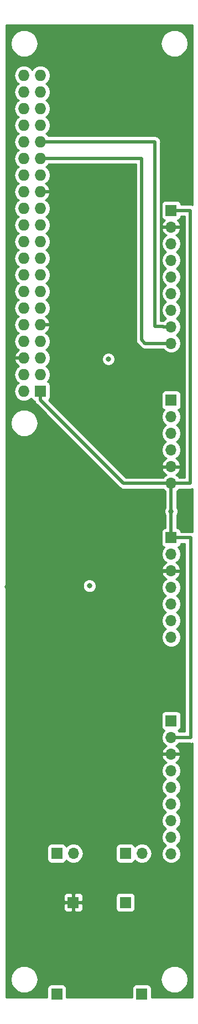
<source format=gbr>
G04 #@! TF.GenerationSoftware,KiCad,Pcbnew,5.0.1-33cea8e~68~ubuntu18.04.1*
G04 #@! TF.CreationDate,2018-11-05T13:53:30-05:00*
G04 #@! TF.ProjectId,core-1,636F72652D312E6B696361645F706362,rev?*
G04 #@! TF.SameCoordinates,Original*
G04 #@! TF.FileFunction,Copper,L2,Bot,Signal*
G04 #@! TF.FilePolarity,Positive*
%FSLAX46Y46*%
G04 Gerber Fmt 4.6, Leading zero omitted, Abs format (unit mm)*
G04 Created by KiCad (PCBNEW 5.0.1-33cea8e~68~ubuntu18.04.1) date Mon 05 Nov 2018 01:53:30 PM EST*
%MOMM*%
%LPD*%
G01*
G04 APERTURE LIST*
G04 #@! TA.AperFunction,ComponentPad*
%ADD10R,1.727200X1.727200*%
G04 #@! TD*
G04 #@! TA.AperFunction,ComponentPad*
%ADD11O,1.727200X1.727200*%
G04 #@! TD*
G04 #@! TA.AperFunction,ComponentPad*
%ADD12R,1.700000X1.700000*%
G04 #@! TD*
G04 #@! TA.AperFunction,ComponentPad*
%ADD13O,1.700000X1.700000*%
G04 #@! TD*
G04 #@! TA.AperFunction,ViaPad*
%ADD14C,0.800000*%
G04 #@! TD*
G04 #@! TA.AperFunction,Conductor*
%ADD15C,0.500000*%
G04 #@! TD*
G04 #@! TA.AperFunction,Conductor*
%ADD16C,0.254000*%
G04 #@! TD*
G04 APERTURE END LIST*
D10*
G04 #@! TO.P,J1,1*
G04 #@! TO.N,/3.3V*
X136000000Y-86625000D03*
D11*
G04 #@! TO.P,J1,2*
G04 #@! TO.N,Net-(J1-Pad2)*
X133460000Y-86625000D03*
G04 #@! TO.P,J1,3*
G04 #@! TO.N,Net-(J1-Pad3)*
X136000000Y-84085000D03*
G04 #@! TO.P,J1,4*
G04 #@! TO.N,Net-(J1-Pad4)*
X133460000Y-84085000D03*
G04 #@! TO.P,J1,5*
G04 #@! TO.N,Net-(J1-Pad5)*
X136000000Y-81545000D03*
G04 #@! TO.P,J1,6*
G04 #@! TO.N,/GND*
X133460000Y-81545000D03*
G04 #@! TO.P,J1,7*
G04 #@! TO.N,Net-(J1-Pad7)*
X136000000Y-79005000D03*
G04 #@! TO.P,J1,8*
G04 #@! TO.N,Net-(J1-Pad8)*
X133460000Y-79005000D03*
G04 #@! TO.P,J1,9*
G04 #@! TO.N,/GND*
X136000000Y-76465000D03*
G04 #@! TO.P,J1,10*
G04 #@! TO.N,Net-(J1-Pad10)*
X133460000Y-76465000D03*
G04 #@! TO.P,J1,11*
G04 #@! TO.N,Net-(J1-Pad11)*
X136000000Y-73925000D03*
G04 #@! TO.P,J1,12*
G04 #@! TO.N,Net-(J1-Pad12)*
X133460000Y-73925000D03*
G04 #@! TO.P,J1,13*
G04 #@! TO.N,Net-(J1-Pad13)*
X136000000Y-71385000D03*
G04 #@! TO.P,J1,14*
G04 #@! TO.N,Net-(J1-Pad14)*
X133460000Y-71385000D03*
G04 #@! TO.P,J1,15*
G04 #@! TO.N,Net-(J1-Pad15)*
X136000000Y-68845000D03*
G04 #@! TO.P,J1,16*
G04 #@! TO.N,Net-(J1-Pad16)*
X133460000Y-68845000D03*
G04 #@! TO.P,J1,17*
G04 #@! TO.N,Net-(J1-Pad17)*
X136000000Y-66305000D03*
G04 #@! TO.P,J1,18*
G04 #@! TO.N,Net-(J1-Pad18)*
X133460000Y-66305000D03*
G04 #@! TO.P,J1,19*
G04 #@! TO.N,Net-(J1-Pad19)*
X136000000Y-63765000D03*
G04 #@! TO.P,J1,20*
G04 #@! TO.N,Net-(J1-Pad20)*
X133460000Y-63765000D03*
G04 #@! TO.P,J1,21*
G04 #@! TO.N,Net-(J1-Pad21)*
X136000000Y-61225000D03*
G04 #@! TO.P,J1,22*
G04 #@! TO.N,Net-(J1-Pad22)*
X133460000Y-61225000D03*
G04 #@! TO.P,J1,23*
G04 #@! TO.N,Net-(J1-Pad23)*
X136000000Y-58685000D03*
G04 #@! TO.P,J1,24*
G04 #@! TO.N,Net-(J1-Pad24)*
X133460000Y-58685000D03*
G04 #@! TO.P,J1,25*
G04 #@! TO.N,/GND*
X136000000Y-56145000D03*
G04 #@! TO.P,J1,26*
G04 #@! TO.N,Net-(J1-Pad26)*
X133460000Y-56145000D03*
G04 #@! TO.P,J1,27*
G04 #@! TO.N,Net-(J1-Pad27)*
X136000000Y-53605000D03*
G04 #@! TO.P,J1,28*
G04 #@! TO.N,Net-(J1-Pad28)*
X133460000Y-53605000D03*
G04 #@! TO.P,J1,29*
G04 #@! TO.N,Net-(J1-Pad29)*
X136000000Y-51065000D03*
G04 #@! TO.P,J1,30*
G04 #@! TO.N,Net-(J1-Pad30)*
X133460000Y-51065000D03*
G04 #@! TO.P,J1,31*
G04 #@! TO.N,Net-(J1-Pad31)*
X136000000Y-48525000D03*
G04 #@! TO.P,J1,32*
G04 #@! TO.N,Net-(J1-Pad32)*
X133460000Y-48525000D03*
G04 #@! TO.P,J1,33*
G04 #@! TO.N,Net-(J1-Pad33)*
X136000000Y-45985000D03*
G04 #@! TO.P,J1,34*
G04 #@! TO.N,Net-(J1-Pad34)*
X133460000Y-45985000D03*
G04 #@! TO.P,J1,35*
G04 #@! TO.N,Net-(J1-Pad35)*
X136000000Y-43445000D03*
G04 #@! TO.P,J1,36*
G04 #@! TO.N,Net-(J1-Pad36)*
X133460000Y-43445000D03*
G04 #@! TO.P,J1,37*
G04 #@! TO.N,Net-(J1-Pad37)*
X136000000Y-40905000D03*
G04 #@! TO.P,J1,38*
G04 #@! TO.N,Net-(J1-Pad38)*
X133460000Y-40905000D03*
G04 #@! TO.P,J1,39*
G04 #@! TO.N,Net-(J1-Pad39)*
X136000000Y-38365000D03*
G04 #@! TO.P,J1,40*
G04 #@! TO.N,Net-(J1-Pad40)*
X133460000Y-38365000D03*
G04 #@! TD*
D12*
G04 #@! TO.P,MK1,1*
G04 #@! TO.N,Net-(MK1-Pad1)*
X156000000Y-88000000D03*
D13*
G04 #@! TO.P,MK1,2*
G04 #@! TO.N,Net-(J1-Pad15)*
X156000000Y-90540000D03*
G04 #@! TO.P,MK1,3*
G04 #@! TO.N,Net-(J1-Pad13)*
X156000000Y-93080000D03*
G04 #@! TO.P,MK1,4*
G04 #@! TO.N,Net-(J1-Pad12)*
X156000000Y-95620000D03*
G04 #@! TO.P,MK1,5*
G04 #@! TO.N,/GND*
X156000000Y-98160000D03*
G04 #@! TO.P,MK1,6*
G04 #@! TO.N,/3.3V*
X156000000Y-100700000D03*
G04 #@! TD*
D12*
G04 #@! TO.P,U1,1*
G04 #@! TO.N,/3.3V*
X156000000Y-109000000D03*
D13*
G04 #@! TO.P,U1,2*
G04 #@! TO.N,Net-(U1-Pad2)*
X156000000Y-111540000D03*
G04 #@! TO.P,U1,3*
G04 #@! TO.N,/GND*
X156000000Y-114080000D03*
G04 #@! TO.P,U1,4*
G04 #@! TO.N,Net-(J1-Pad5)*
X156000000Y-116620000D03*
G04 #@! TO.P,U1,5*
G04 #@! TO.N,Net-(U1-Pad5)*
X156000000Y-119160000D03*
G04 #@! TO.P,U1,6*
G04 #@! TO.N,Net-(J1-Pad3)*
X156000000Y-121700000D03*
G04 #@! TO.P,U1,7*
G04 #@! TO.N,Net-(U1-Pad7)*
X156000000Y-124240000D03*
G04 #@! TD*
D12*
G04 #@! TO.P,U2,1*
G04 #@! TO.N,/3.3V*
X156000000Y-59000000D03*
D13*
G04 #@! TO.P,U2,2*
G04 #@! TO.N,/GND*
X156000000Y-61540000D03*
G04 #@! TO.P,U2,3*
G04 #@! TO.N,Net-(U2-Pad3)*
X156000000Y-64080000D03*
G04 #@! TO.P,U2,4*
G04 #@! TO.N,Net-(U2-Pad4)*
X156000000Y-66620000D03*
G04 #@! TO.P,U2,5*
G04 #@! TO.N,Net-(J1-Pad23)*
X156000000Y-69160000D03*
G04 #@! TO.P,U2,6*
G04 #@! TO.N,Net-(J1-Pad21)*
X156000000Y-71700000D03*
G04 #@! TO.P,U2,7*
G04 #@! TO.N,Net-(J1-Pad19)*
X156000000Y-74240000D03*
G04 #@! TO.P,U2,8*
G04 #@! TO.N,Net-(J1-Pad31)*
X156000000Y-76780000D03*
G04 #@! TO.P,U2,9*
G04 #@! TO.N,Net-(J1-Pad29)*
X156000000Y-79320000D03*
G04 #@! TD*
D12*
G04 #@! TO.P,U3,1*
G04 #@! TO.N,Net-(U3-Pad1)*
X156000000Y-137000000D03*
D13*
G04 #@! TO.P,U3,2*
G04 #@! TO.N,/3.3V*
X156000000Y-139540000D03*
G04 #@! TO.P,U3,3*
G04 #@! TO.N,/GND*
X156000000Y-142080000D03*
G04 #@! TO.P,U3,4*
G04 #@! TO.N,Net-(J1-Pad5)*
X156000000Y-144620000D03*
G04 #@! TO.P,U3,5*
G04 #@! TO.N,Net-(J1-Pad3)*
X156000000Y-147160000D03*
G04 #@! TO.P,U3,6*
G04 #@! TO.N,Net-(U3-Pad6)*
X156000000Y-149700000D03*
G04 #@! TO.P,U3,7*
G04 #@! TO.N,Net-(U3-Pad7)*
X156000000Y-152240000D03*
G04 #@! TO.P,U3,8*
G04 #@! TO.N,Net-(U3-Pad8)*
X156000000Y-154780000D03*
G04 #@! TO.P,U3,9*
G04 #@! TO.N,Net-(U3-Pad9)*
X156000000Y-157320000D03*
G04 #@! TD*
D12*
G04 #@! TO.P,J2,1*
G04 #@! TO.N,Net-(J2-Pad1)*
X138500000Y-178750000D03*
G04 #@! TD*
G04 #@! TO.P,J3,1*
G04 #@! TO.N,Net-(J3-Pad1)*
X151500000Y-178750000D03*
G04 #@! TD*
G04 #@! TO.P,J4,1*
G04 #@! TO.N,/GND*
X141000000Y-164750000D03*
G04 #@! TD*
G04 #@! TO.P,J5,1*
G04 #@! TO.N,Net-(J1-Pad2)*
X149000000Y-164750000D03*
G04 #@! TD*
G04 #@! TO.P,J6,1*
G04 #@! TO.N,Net-(J6-Pad1)*
X149000000Y-157250000D03*
D13*
G04 #@! TO.P,J6,2*
G04 #@! TO.N,Net-(J6-Pad2)*
X151540000Y-157250000D03*
G04 #@! TD*
G04 #@! TO.P,J7,2*
G04 #@! TO.N,Net-(J7-Pad2)*
X141040000Y-157250000D03*
D12*
G04 #@! TO.P,J7,1*
G04 #@! TO.N,Net-(J7-Pad1)*
X138500000Y-157250000D03*
G04 #@! TD*
D14*
G04 #@! TO.N,/3.3V*
X156000000Y-105000000D03*
G04 #@! TO.N,Net-(J1-Pad12)*
X146400000Y-81730000D03*
G04 #@! TO.N,Net-(J1-Pad2)*
X143500000Y-116375000D03*
G04 #@! TO.N,/GND*
X158990000Y-105000000D03*
X130925000Y-116500000D03*
G04 #@! TD*
D15*
G04 #@! TO.N,/3.3V*
X158950000Y-100700000D02*
X156000000Y-100700000D01*
X156000000Y-59000000D02*
X158950000Y-59000000D01*
X158950000Y-59000000D02*
X158950000Y-100700000D01*
X156000000Y-100700000D02*
X156000000Y-105000000D01*
X158990000Y-139540000D02*
X156000000Y-139540000D01*
X159000000Y-139550000D02*
X158990000Y-139540000D01*
X156000000Y-109000000D02*
X159000000Y-109000000D01*
X159000000Y-109000000D02*
X159000000Y-139550000D01*
X136000000Y-87988600D02*
X136000000Y-86625000D01*
X148711400Y-100700000D02*
X136000000Y-87988600D01*
X156000000Y-100700000D02*
X148711400Y-100700000D01*
X156000000Y-105000000D02*
X156000000Y-109000000D01*
G04 #@! TO.N,Net-(J1-Pad29)*
X156000000Y-79320000D02*
X152020000Y-79320000D01*
X152020000Y-79320000D02*
X151500000Y-78800000D01*
X151500000Y-78800000D02*
X151500000Y-51050000D01*
X151485000Y-51065000D02*
X136000000Y-51065000D01*
X151500000Y-51050000D02*
X151485000Y-51065000D01*
G04 #@! TO.N,Net-(J1-Pad31)*
X154797919Y-76780000D02*
X154767919Y-76750000D01*
X156000000Y-76780000D02*
X154797919Y-76780000D01*
X154767919Y-76750000D02*
X153500000Y-76750000D01*
X153500000Y-76750000D02*
X153500000Y-48500000D01*
X153475000Y-48525000D02*
X136000000Y-48525000D01*
X153500000Y-48500000D02*
X153475000Y-48525000D01*
G04 #@! TO.N,/GND*
X153430000Y-142080000D02*
X156000000Y-142080000D01*
X153430000Y-114110000D02*
X153430000Y-142080000D01*
X156000000Y-114080000D02*
X153460000Y-114080000D01*
X153460000Y-114080000D02*
X153430000Y-114110000D01*
G04 #@! TD*
D16*
G04 #@! TO.N,/GND*
G36*
X159290000Y-58165292D02*
X159037165Y-58115000D01*
X159037164Y-58115000D01*
X158950000Y-58097662D01*
X158862835Y-58115000D01*
X157490478Y-58115000D01*
X157448157Y-57902235D01*
X157307809Y-57692191D01*
X157097765Y-57551843D01*
X156850000Y-57502560D01*
X155150000Y-57502560D01*
X154902235Y-57551843D01*
X154692191Y-57692191D01*
X154551843Y-57902235D01*
X154502560Y-58150000D01*
X154502560Y-59850000D01*
X154551843Y-60097765D01*
X154692191Y-60307809D01*
X154902235Y-60448157D01*
X155005708Y-60468739D01*
X154728355Y-60773076D01*
X154558524Y-61183110D01*
X154679845Y-61413000D01*
X155873000Y-61413000D01*
X155873000Y-61393000D01*
X156127000Y-61393000D01*
X156127000Y-61413000D01*
X157320155Y-61413000D01*
X157441476Y-61183110D01*
X157271645Y-60773076D01*
X156994292Y-60468739D01*
X157097765Y-60448157D01*
X157307809Y-60307809D01*
X157448157Y-60097765D01*
X157490478Y-59885000D01*
X158065000Y-59885000D01*
X158065001Y-99815000D01*
X157194656Y-99815000D01*
X157070625Y-99629375D01*
X156751522Y-99416157D01*
X156881358Y-99355183D01*
X157271645Y-98926924D01*
X157441476Y-98516890D01*
X157320155Y-98287000D01*
X156127000Y-98287000D01*
X156127000Y-98307000D01*
X155873000Y-98307000D01*
X155873000Y-98287000D01*
X154679845Y-98287000D01*
X154558524Y-98516890D01*
X154728355Y-98926924D01*
X155118642Y-99355183D01*
X155248478Y-99416157D01*
X154929375Y-99629375D01*
X154805344Y-99815000D01*
X149077979Y-99815000D01*
X139802979Y-90540000D01*
X154485908Y-90540000D01*
X154601161Y-91119418D01*
X154929375Y-91610625D01*
X155227761Y-91810000D01*
X154929375Y-92009375D01*
X154601161Y-92500582D01*
X154485908Y-93080000D01*
X154601161Y-93659418D01*
X154929375Y-94150625D01*
X155227761Y-94350000D01*
X154929375Y-94549375D01*
X154601161Y-95040582D01*
X154485908Y-95620000D01*
X154601161Y-96199418D01*
X154929375Y-96690625D01*
X155248478Y-96903843D01*
X155118642Y-96964817D01*
X154728355Y-97393076D01*
X154558524Y-97803110D01*
X154679845Y-98033000D01*
X155873000Y-98033000D01*
X155873000Y-98013000D01*
X156127000Y-98013000D01*
X156127000Y-98033000D01*
X157320155Y-98033000D01*
X157441476Y-97803110D01*
X157271645Y-97393076D01*
X156881358Y-96964817D01*
X156751522Y-96903843D01*
X157070625Y-96690625D01*
X157398839Y-96199418D01*
X157514092Y-95620000D01*
X157398839Y-95040582D01*
X157070625Y-94549375D01*
X156772239Y-94350000D01*
X157070625Y-94150625D01*
X157398839Y-93659418D01*
X157514092Y-93080000D01*
X157398839Y-92500582D01*
X157070625Y-92009375D01*
X156772239Y-91810000D01*
X157070625Y-91610625D01*
X157398839Y-91119418D01*
X157514092Y-90540000D01*
X157398839Y-89960582D01*
X157070625Y-89469375D01*
X157052381Y-89457184D01*
X157097765Y-89448157D01*
X157307809Y-89307809D01*
X157448157Y-89097765D01*
X157497440Y-88850000D01*
X157497440Y-87150000D01*
X157448157Y-86902235D01*
X157307809Y-86692191D01*
X157097765Y-86551843D01*
X156850000Y-86502560D01*
X155150000Y-86502560D01*
X154902235Y-86551843D01*
X154692191Y-86692191D01*
X154551843Y-86902235D01*
X154502560Y-87150000D01*
X154502560Y-88850000D01*
X154551843Y-89097765D01*
X154692191Y-89307809D01*
X154902235Y-89448157D01*
X154947619Y-89457184D01*
X154929375Y-89469375D01*
X154601161Y-89960582D01*
X154485908Y-90540000D01*
X139802979Y-90540000D01*
X137254257Y-87991279D01*
X137321409Y-87946409D01*
X137461757Y-87736365D01*
X137511040Y-87488600D01*
X137511040Y-85761400D01*
X137461757Y-85513635D01*
X137321409Y-85303591D01*
X137111365Y-85163243D01*
X137085349Y-85158068D01*
X137411650Y-84669725D01*
X137527959Y-84085000D01*
X137411650Y-83500275D01*
X137080430Y-83004570D01*
X136796719Y-82815000D01*
X137080430Y-82625430D01*
X137411650Y-82129725D01*
X137527959Y-81545000D01*
X137523807Y-81524126D01*
X145365000Y-81524126D01*
X145365000Y-81935874D01*
X145522569Y-82316280D01*
X145813720Y-82607431D01*
X146194126Y-82765000D01*
X146605874Y-82765000D01*
X146986280Y-82607431D01*
X147277431Y-82316280D01*
X147435000Y-81935874D01*
X147435000Y-81524126D01*
X147277431Y-81143720D01*
X146986280Y-80852569D01*
X146605874Y-80695000D01*
X146194126Y-80695000D01*
X145813720Y-80852569D01*
X145522569Y-81143720D01*
X145365000Y-81524126D01*
X137523807Y-81524126D01*
X137411650Y-80960275D01*
X137080430Y-80464570D01*
X136796719Y-80275000D01*
X137080430Y-80085430D01*
X137411650Y-79589725D01*
X137527959Y-79005000D01*
X137411650Y-78420275D01*
X137080430Y-77924570D01*
X136778979Y-77723146D01*
X136888490Y-77671821D01*
X137282688Y-77239947D01*
X137454958Y-76824026D01*
X137333817Y-76592000D01*
X136127000Y-76592000D01*
X136127000Y-76612000D01*
X135873000Y-76612000D01*
X135873000Y-76592000D01*
X135853000Y-76592000D01*
X135853000Y-76338000D01*
X135873000Y-76338000D01*
X135873000Y-76318000D01*
X136127000Y-76318000D01*
X136127000Y-76338000D01*
X137333817Y-76338000D01*
X137454958Y-76105974D01*
X137282688Y-75690053D01*
X136888490Y-75258179D01*
X136778979Y-75206854D01*
X137080430Y-75005430D01*
X137411650Y-74509725D01*
X137527959Y-73925000D01*
X137411650Y-73340275D01*
X137080430Y-72844570D01*
X136796719Y-72655000D01*
X137080430Y-72465430D01*
X137411650Y-71969725D01*
X137527959Y-71385000D01*
X137411650Y-70800275D01*
X137080430Y-70304570D01*
X136796719Y-70115000D01*
X137080430Y-69925430D01*
X137411650Y-69429725D01*
X137527959Y-68845000D01*
X137411650Y-68260275D01*
X137080430Y-67764570D01*
X136796719Y-67575000D01*
X137080430Y-67385430D01*
X137411650Y-66889725D01*
X137527959Y-66305000D01*
X137411650Y-65720275D01*
X137080430Y-65224570D01*
X136796719Y-65035000D01*
X137080430Y-64845430D01*
X137411650Y-64349725D01*
X137527959Y-63765000D01*
X137411650Y-63180275D01*
X137080430Y-62684570D01*
X136796719Y-62495000D01*
X137080430Y-62305430D01*
X137411650Y-61809725D01*
X137527959Y-61225000D01*
X137411650Y-60640275D01*
X137080430Y-60144570D01*
X136796719Y-59955000D01*
X137080430Y-59765430D01*
X137411650Y-59269725D01*
X137527959Y-58685000D01*
X137411650Y-58100275D01*
X137080430Y-57604570D01*
X136778979Y-57403146D01*
X136888490Y-57351821D01*
X137282688Y-56919947D01*
X137454958Y-56504026D01*
X137333817Y-56272000D01*
X136127000Y-56272000D01*
X136127000Y-56292000D01*
X135873000Y-56292000D01*
X135873000Y-56272000D01*
X135853000Y-56272000D01*
X135853000Y-56018000D01*
X135873000Y-56018000D01*
X135873000Y-55998000D01*
X136127000Y-55998000D01*
X136127000Y-56018000D01*
X137333817Y-56018000D01*
X137454958Y-55785974D01*
X137282688Y-55370053D01*
X136888490Y-54938179D01*
X136778979Y-54886854D01*
X137080430Y-54685430D01*
X137411650Y-54189725D01*
X137527959Y-53605000D01*
X137411650Y-53020275D01*
X137080430Y-52524570D01*
X136796719Y-52335000D01*
X137080430Y-52145430D01*
X137211012Y-51950000D01*
X150615001Y-51950000D01*
X150615000Y-78712839D01*
X150597663Y-78800000D01*
X150615000Y-78887161D01*
X150615000Y-78887164D01*
X150666348Y-79145309D01*
X150861951Y-79438049D01*
X150935847Y-79487425D01*
X151332575Y-79884153D01*
X151381951Y-79958049D01*
X151674690Y-80153652D01*
X151932835Y-80205000D01*
X151932840Y-80205000D01*
X152019999Y-80222337D01*
X152107159Y-80205000D01*
X154805344Y-80205000D01*
X154929375Y-80390625D01*
X155420582Y-80718839D01*
X155853744Y-80805000D01*
X156146256Y-80805000D01*
X156579418Y-80718839D01*
X157070625Y-80390625D01*
X157398839Y-79899418D01*
X157514092Y-79320000D01*
X157398839Y-78740582D01*
X157070625Y-78249375D01*
X156772239Y-78050000D01*
X157070625Y-77850625D01*
X157398839Y-77359418D01*
X157514092Y-76780000D01*
X157398839Y-76200582D01*
X157070625Y-75709375D01*
X156772239Y-75510000D01*
X157070625Y-75310625D01*
X157398839Y-74819418D01*
X157514092Y-74240000D01*
X157398839Y-73660582D01*
X157070625Y-73169375D01*
X156772239Y-72970000D01*
X157070625Y-72770625D01*
X157398839Y-72279418D01*
X157514092Y-71700000D01*
X157398839Y-71120582D01*
X157070625Y-70629375D01*
X156772239Y-70430000D01*
X157070625Y-70230625D01*
X157398839Y-69739418D01*
X157514092Y-69160000D01*
X157398839Y-68580582D01*
X157070625Y-68089375D01*
X156772239Y-67890000D01*
X157070625Y-67690625D01*
X157398839Y-67199418D01*
X157514092Y-66620000D01*
X157398839Y-66040582D01*
X157070625Y-65549375D01*
X156772239Y-65350000D01*
X157070625Y-65150625D01*
X157398839Y-64659418D01*
X157514092Y-64080000D01*
X157398839Y-63500582D01*
X157070625Y-63009375D01*
X156751522Y-62796157D01*
X156881358Y-62735183D01*
X157271645Y-62306924D01*
X157441476Y-61896890D01*
X157320155Y-61667000D01*
X156127000Y-61667000D01*
X156127000Y-61687000D01*
X155873000Y-61687000D01*
X155873000Y-61667000D01*
X154679845Y-61667000D01*
X154558524Y-61896890D01*
X154728355Y-62306924D01*
X155118642Y-62735183D01*
X155248478Y-62796157D01*
X154929375Y-63009375D01*
X154601161Y-63500582D01*
X154485908Y-64080000D01*
X154601161Y-64659418D01*
X154929375Y-65150625D01*
X155227761Y-65350000D01*
X154929375Y-65549375D01*
X154601161Y-66040582D01*
X154485908Y-66620000D01*
X154601161Y-67199418D01*
X154929375Y-67690625D01*
X155227761Y-67890000D01*
X154929375Y-68089375D01*
X154601161Y-68580582D01*
X154485908Y-69160000D01*
X154601161Y-69739418D01*
X154929375Y-70230625D01*
X155227761Y-70430000D01*
X154929375Y-70629375D01*
X154601161Y-71120582D01*
X154485908Y-71700000D01*
X154601161Y-72279418D01*
X154929375Y-72770625D01*
X155227761Y-72970000D01*
X154929375Y-73169375D01*
X154601161Y-73660582D01*
X154485908Y-74240000D01*
X154601161Y-74819418D01*
X154929375Y-75310625D01*
X155227761Y-75510000D01*
X154929375Y-75709375D01*
X154828873Y-75859787D01*
X154767919Y-75847663D01*
X154680758Y-75865000D01*
X154385000Y-75865000D01*
X154385000Y-48587160D01*
X154402337Y-48500001D01*
X154385000Y-48412841D01*
X154385000Y-48412835D01*
X154333652Y-48154690D01*
X154138049Y-47861951D01*
X153845310Y-47666348D01*
X153500000Y-47597662D01*
X153287152Y-47640000D01*
X137211012Y-47640000D01*
X137080430Y-47444570D01*
X136796719Y-47255000D01*
X137080430Y-47065430D01*
X137411650Y-46569725D01*
X137527959Y-45985000D01*
X137411650Y-45400275D01*
X137080430Y-44904570D01*
X136796719Y-44715000D01*
X137080430Y-44525430D01*
X137411650Y-44029725D01*
X137527959Y-43445000D01*
X137411650Y-42860275D01*
X137080430Y-42364570D01*
X136796719Y-42175000D01*
X137080430Y-41985430D01*
X137411650Y-41489725D01*
X137527959Y-40905000D01*
X137411650Y-40320275D01*
X137080430Y-39824570D01*
X136796719Y-39635000D01*
X137080430Y-39445430D01*
X137411650Y-38949725D01*
X137527959Y-38365000D01*
X137411650Y-37780275D01*
X137080430Y-37284570D01*
X136584725Y-36953350D01*
X136147598Y-36866400D01*
X135852402Y-36866400D01*
X135415275Y-36953350D01*
X134919570Y-37284570D01*
X134730000Y-37568281D01*
X134540430Y-37284570D01*
X134044725Y-36953350D01*
X133607598Y-36866400D01*
X133312402Y-36866400D01*
X132875275Y-36953350D01*
X132379570Y-37284570D01*
X132048350Y-37780275D01*
X131932041Y-38365000D01*
X132048350Y-38949725D01*
X132379570Y-39445430D01*
X132663281Y-39635000D01*
X132379570Y-39824570D01*
X132048350Y-40320275D01*
X131932041Y-40905000D01*
X132048350Y-41489725D01*
X132379570Y-41985430D01*
X132663281Y-42175000D01*
X132379570Y-42364570D01*
X132048350Y-42860275D01*
X131932041Y-43445000D01*
X132048350Y-44029725D01*
X132379570Y-44525430D01*
X132663281Y-44715000D01*
X132379570Y-44904570D01*
X132048350Y-45400275D01*
X131932041Y-45985000D01*
X132048350Y-46569725D01*
X132379570Y-47065430D01*
X132663281Y-47255000D01*
X132379570Y-47444570D01*
X132048350Y-47940275D01*
X131932041Y-48525000D01*
X132048350Y-49109725D01*
X132379570Y-49605430D01*
X132663281Y-49795000D01*
X132379570Y-49984570D01*
X132048350Y-50480275D01*
X131932041Y-51065000D01*
X132048350Y-51649725D01*
X132379570Y-52145430D01*
X132663281Y-52335000D01*
X132379570Y-52524570D01*
X132048350Y-53020275D01*
X131932041Y-53605000D01*
X132048350Y-54189725D01*
X132379570Y-54685430D01*
X132663281Y-54875000D01*
X132379570Y-55064570D01*
X132048350Y-55560275D01*
X131932041Y-56145000D01*
X132048350Y-56729725D01*
X132379570Y-57225430D01*
X132663281Y-57415000D01*
X132379570Y-57604570D01*
X132048350Y-58100275D01*
X131932041Y-58685000D01*
X132048350Y-59269725D01*
X132379570Y-59765430D01*
X132663281Y-59955000D01*
X132379570Y-60144570D01*
X132048350Y-60640275D01*
X131932041Y-61225000D01*
X132048350Y-61809725D01*
X132379570Y-62305430D01*
X132663281Y-62495000D01*
X132379570Y-62684570D01*
X132048350Y-63180275D01*
X131932041Y-63765000D01*
X132048350Y-64349725D01*
X132379570Y-64845430D01*
X132663281Y-65035000D01*
X132379570Y-65224570D01*
X132048350Y-65720275D01*
X131932041Y-66305000D01*
X132048350Y-66889725D01*
X132379570Y-67385430D01*
X132663281Y-67575000D01*
X132379570Y-67764570D01*
X132048350Y-68260275D01*
X131932041Y-68845000D01*
X132048350Y-69429725D01*
X132379570Y-69925430D01*
X132663281Y-70115000D01*
X132379570Y-70304570D01*
X132048350Y-70800275D01*
X131932041Y-71385000D01*
X132048350Y-71969725D01*
X132379570Y-72465430D01*
X132663281Y-72655000D01*
X132379570Y-72844570D01*
X132048350Y-73340275D01*
X131932041Y-73925000D01*
X132048350Y-74509725D01*
X132379570Y-75005430D01*
X132663281Y-75195000D01*
X132379570Y-75384570D01*
X132048350Y-75880275D01*
X131932041Y-76465000D01*
X132048350Y-77049725D01*
X132379570Y-77545430D01*
X132663281Y-77735000D01*
X132379570Y-77924570D01*
X132048350Y-78420275D01*
X131932041Y-79005000D01*
X132048350Y-79589725D01*
X132379570Y-80085430D01*
X132681021Y-80286854D01*
X132571510Y-80338179D01*
X132177312Y-80770053D01*
X132005042Y-81185974D01*
X132126183Y-81418000D01*
X133333000Y-81418000D01*
X133333000Y-81398000D01*
X133587000Y-81398000D01*
X133587000Y-81418000D01*
X133607000Y-81418000D01*
X133607000Y-81672000D01*
X133587000Y-81672000D01*
X133587000Y-81692000D01*
X133333000Y-81692000D01*
X133333000Y-81672000D01*
X132126183Y-81672000D01*
X132005042Y-81904026D01*
X132177312Y-82319947D01*
X132571510Y-82751821D01*
X132681021Y-82803146D01*
X132379570Y-83004570D01*
X132048350Y-83500275D01*
X131932041Y-84085000D01*
X132048350Y-84669725D01*
X132379570Y-85165430D01*
X132663281Y-85355000D01*
X132379570Y-85544570D01*
X132048350Y-86040275D01*
X131932041Y-86625000D01*
X132048350Y-87209725D01*
X132379570Y-87705430D01*
X132875275Y-88036650D01*
X133312402Y-88123600D01*
X133607598Y-88123600D01*
X134044725Y-88036650D01*
X134533068Y-87710349D01*
X134538243Y-87736365D01*
X134678591Y-87946409D01*
X134888635Y-88086757D01*
X135126602Y-88134091D01*
X135166348Y-88333909D01*
X135361951Y-88626649D01*
X135435847Y-88676025D01*
X148023977Y-101264156D01*
X148073351Y-101338049D01*
X148147244Y-101387423D01*
X148147245Y-101387424D01*
X148258280Y-101461615D01*
X148366090Y-101533652D01*
X148624235Y-101585000D01*
X148624239Y-101585000D01*
X148711399Y-101602337D01*
X148798559Y-101585000D01*
X154805344Y-101585000D01*
X154929375Y-101770625D01*
X155115000Y-101894656D01*
X155115001Y-104431991D01*
X154965000Y-104794126D01*
X154965000Y-105205874D01*
X155115000Y-105568007D01*
X155115001Y-107509522D01*
X154902235Y-107551843D01*
X154692191Y-107692191D01*
X154551843Y-107902235D01*
X154502560Y-108150000D01*
X154502560Y-109850000D01*
X154551843Y-110097765D01*
X154692191Y-110307809D01*
X154902235Y-110448157D01*
X154947619Y-110457184D01*
X154929375Y-110469375D01*
X154601161Y-110960582D01*
X154485908Y-111540000D01*
X154601161Y-112119418D01*
X154929375Y-112610625D01*
X155248478Y-112823843D01*
X155118642Y-112884817D01*
X154728355Y-113313076D01*
X154558524Y-113723110D01*
X154679845Y-113953000D01*
X155873000Y-113953000D01*
X155873000Y-113933000D01*
X156127000Y-113933000D01*
X156127000Y-113953000D01*
X157320155Y-113953000D01*
X157441476Y-113723110D01*
X157271645Y-113313076D01*
X156881358Y-112884817D01*
X156751522Y-112823843D01*
X157070625Y-112610625D01*
X157398839Y-112119418D01*
X157514092Y-111540000D01*
X157398839Y-110960582D01*
X157070625Y-110469375D01*
X157052381Y-110457184D01*
X157097765Y-110448157D01*
X157307809Y-110307809D01*
X157448157Y-110097765D01*
X157490478Y-109885000D01*
X158115000Y-109885000D01*
X158115001Y-138655000D01*
X157194656Y-138655000D01*
X157070625Y-138469375D01*
X157052381Y-138457184D01*
X157097765Y-138448157D01*
X157307809Y-138307809D01*
X157448157Y-138097765D01*
X157497440Y-137850000D01*
X157497440Y-136150000D01*
X157448157Y-135902235D01*
X157307809Y-135692191D01*
X157097765Y-135551843D01*
X156850000Y-135502560D01*
X155150000Y-135502560D01*
X154902235Y-135551843D01*
X154692191Y-135692191D01*
X154551843Y-135902235D01*
X154502560Y-136150000D01*
X154502560Y-137850000D01*
X154551843Y-138097765D01*
X154692191Y-138307809D01*
X154902235Y-138448157D01*
X154947619Y-138457184D01*
X154929375Y-138469375D01*
X154601161Y-138960582D01*
X154485908Y-139540000D01*
X154601161Y-140119418D01*
X154929375Y-140610625D01*
X155248478Y-140823843D01*
X155118642Y-140884817D01*
X154728355Y-141313076D01*
X154558524Y-141723110D01*
X154679845Y-141953000D01*
X155873000Y-141953000D01*
X155873000Y-141933000D01*
X156127000Y-141933000D01*
X156127000Y-141953000D01*
X157320155Y-141953000D01*
X157441476Y-141723110D01*
X157271645Y-141313076D01*
X156881358Y-140884817D01*
X156751522Y-140823843D01*
X157070625Y-140610625D01*
X157194656Y-140425000D01*
X158862562Y-140425000D01*
X159000000Y-140452338D01*
X159290000Y-140394654D01*
X159290000Y-179290000D01*
X152997440Y-179290000D01*
X152997440Y-177900000D01*
X152948157Y-177652235D01*
X152807809Y-177442191D01*
X152597765Y-177301843D01*
X152350000Y-177252560D01*
X150650000Y-177252560D01*
X150402235Y-177301843D01*
X150192191Y-177442191D01*
X150051843Y-177652235D01*
X150002560Y-177900000D01*
X150002560Y-179290000D01*
X139997440Y-179290000D01*
X139997440Y-177900000D01*
X139948157Y-177652235D01*
X139807809Y-177442191D01*
X139597765Y-177301843D01*
X139350000Y-177252560D01*
X137650000Y-177252560D01*
X137402235Y-177301843D01*
X137192191Y-177442191D01*
X137051843Y-177652235D01*
X137002560Y-177900000D01*
X137002560Y-179290000D01*
X130710000Y-179290000D01*
X130710000Y-176500000D01*
X131395000Y-176500000D01*
X131521947Y-177219952D01*
X131887476Y-177853068D01*
X132447500Y-178322983D01*
X133134471Y-178573020D01*
X133865529Y-178573020D01*
X134552500Y-178322983D01*
X135112524Y-177853068D01*
X135478053Y-177219952D01*
X135605000Y-176500000D01*
X154395000Y-176500000D01*
X154521947Y-177219952D01*
X154887476Y-177853068D01*
X155447500Y-178322983D01*
X156134471Y-178573020D01*
X156865529Y-178573020D01*
X157552500Y-178322983D01*
X158112524Y-177853068D01*
X158478053Y-177219952D01*
X158605000Y-176500000D01*
X158478053Y-175780048D01*
X158112524Y-175146932D01*
X157552500Y-174677017D01*
X156865529Y-174426980D01*
X156134471Y-174426980D01*
X155447500Y-174677017D01*
X154887476Y-175146932D01*
X154521947Y-175780048D01*
X154395000Y-176500000D01*
X135605000Y-176500000D01*
X135478053Y-175780048D01*
X135112524Y-175146932D01*
X134552500Y-174677017D01*
X133865529Y-174426980D01*
X133134471Y-174426980D01*
X132447500Y-174677017D01*
X131887476Y-175146932D01*
X131521947Y-175780048D01*
X131395000Y-176500000D01*
X130710000Y-176500000D01*
X130710000Y-165035750D01*
X139515000Y-165035750D01*
X139515000Y-165726309D01*
X139611673Y-165959698D01*
X139790301Y-166138327D01*
X140023690Y-166235000D01*
X140714250Y-166235000D01*
X140873000Y-166076250D01*
X140873000Y-164877000D01*
X141127000Y-164877000D01*
X141127000Y-166076250D01*
X141285750Y-166235000D01*
X141976310Y-166235000D01*
X142209699Y-166138327D01*
X142388327Y-165959698D01*
X142485000Y-165726309D01*
X142485000Y-165035750D01*
X142326250Y-164877000D01*
X141127000Y-164877000D01*
X140873000Y-164877000D01*
X139673750Y-164877000D01*
X139515000Y-165035750D01*
X130710000Y-165035750D01*
X130710000Y-163773691D01*
X139515000Y-163773691D01*
X139515000Y-164464250D01*
X139673750Y-164623000D01*
X140873000Y-164623000D01*
X140873000Y-163423750D01*
X141127000Y-163423750D01*
X141127000Y-164623000D01*
X142326250Y-164623000D01*
X142485000Y-164464250D01*
X142485000Y-163900000D01*
X147502560Y-163900000D01*
X147502560Y-165600000D01*
X147551843Y-165847765D01*
X147692191Y-166057809D01*
X147902235Y-166198157D01*
X148150000Y-166247440D01*
X149850000Y-166247440D01*
X150097765Y-166198157D01*
X150307809Y-166057809D01*
X150448157Y-165847765D01*
X150497440Y-165600000D01*
X150497440Y-163900000D01*
X150448157Y-163652235D01*
X150307809Y-163442191D01*
X150097765Y-163301843D01*
X149850000Y-163252560D01*
X148150000Y-163252560D01*
X147902235Y-163301843D01*
X147692191Y-163442191D01*
X147551843Y-163652235D01*
X147502560Y-163900000D01*
X142485000Y-163900000D01*
X142485000Y-163773691D01*
X142388327Y-163540302D01*
X142209699Y-163361673D01*
X141976310Y-163265000D01*
X141285750Y-163265000D01*
X141127000Y-163423750D01*
X140873000Y-163423750D01*
X140714250Y-163265000D01*
X140023690Y-163265000D01*
X139790301Y-163361673D01*
X139611673Y-163540302D01*
X139515000Y-163773691D01*
X130710000Y-163773691D01*
X130710000Y-156400000D01*
X137002560Y-156400000D01*
X137002560Y-158100000D01*
X137051843Y-158347765D01*
X137192191Y-158557809D01*
X137402235Y-158698157D01*
X137650000Y-158747440D01*
X139350000Y-158747440D01*
X139597765Y-158698157D01*
X139807809Y-158557809D01*
X139948157Y-158347765D01*
X139957184Y-158302381D01*
X139969375Y-158320625D01*
X140460582Y-158648839D01*
X140893744Y-158735000D01*
X141186256Y-158735000D01*
X141619418Y-158648839D01*
X142110625Y-158320625D01*
X142438839Y-157829418D01*
X142554092Y-157250000D01*
X142438839Y-156670582D01*
X142258042Y-156400000D01*
X147502560Y-156400000D01*
X147502560Y-158100000D01*
X147551843Y-158347765D01*
X147692191Y-158557809D01*
X147902235Y-158698157D01*
X148150000Y-158747440D01*
X149850000Y-158747440D01*
X150097765Y-158698157D01*
X150307809Y-158557809D01*
X150448157Y-158347765D01*
X150457184Y-158302381D01*
X150469375Y-158320625D01*
X150960582Y-158648839D01*
X151393744Y-158735000D01*
X151686256Y-158735000D01*
X152119418Y-158648839D01*
X152610625Y-158320625D01*
X152938839Y-157829418D01*
X153054092Y-157250000D01*
X152938839Y-156670582D01*
X152610625Y-156179375D01*
X152119418Y-155851161D01*
X151686256Y-155765000D01*
X151393744Y-155765000D01*
X150960582Y-155851161D01*
X150469375Y-156179375D01*
X150457184Y-156197619D01*
X150448157Y-156152235D01*
X150307809Y-155942191D01*
X150097765Y-155801843D01*
X149850000Y-155752560D01*
X148150000Y-155752560D01*
X147902235Y-155801843D01*
X147692191Y-155942191D01*
X147551843Y-156152235D01*
X147502560Y-156400000D01*
X142258042Y-156400000D01*
X142110625Y-156179375D01*
X141619418Y-155851161D01*
X141186256Y-155765000D01*
X140893744Y-155765000D01*
X140460582Y-155851161D01*
X139969375Y-156179375D01*
X139957184Y-156197619D01*
X139948157Y-156152235D01*
X139807809Y-155942191D01*
X139597765Y-155801843D01*
X139350000Y-155752560D01*
X137650000Y-155752560D01*
X137402235Y-155801843D01*
X137192191Y-155942191D01*
X137051843Y-156152235D01*
X137002560Y-156400000D01*
X130710000Y-156400000D01*
X130710000Y-144620000D01*
X154485908Y-144620000D01*
X154601161Y-145199418D01*
X154929375Y-145690625D01*
X155227761Y-145890000D01*
X154929375Y-146089375D01*
X154601161Y-146580582D01*
X154485908Y-147160000D01*
X154601161Y-147739418D01*
X154929375Y-148230625D01*
X155227761Y-148430000D01*
X154929375Y-148629375D01*
X154601161Y-149120582D01*
X154485908Y-149700000D01*
X154601161Y-150279418D01*
X154929375Y-150770625D01*
X155227761Y-150970000D01*
X154929375Y-151169375D01*
X154601161Y-151660582D01*
X154485908Y-152240000D01*
X154601161Y-152819418D01*
X154929375Y-153310625D01*
X155227761Y-153510000D01*
X154929375Y-153709375D01*
X154601161Y-154200582D01*
X154485908Y-154780000D01*
X154601161Y-155359418D01*
X154929375Y-155850625D01*
X155227761Y-156050000D01*
X154929375Y-156249375D01*
X154601161Y-156740582D01*
X154485908Y-157320000D01*
X154601161Y-157899418D01*
X154929375Y-158390625D01*
X155420582Y-158718839D01*
X155853744Y-158805000D01*
X156146256Y-158805000D01*
X156579418Y-158718839D01*
X157070625Y-158390625D01*
X157398839Y-157899418D01*
X157514092Y-157320000D01*
X157398839Y-156740582D01*
X157070625Y-156249375D01*
X156772239Y-156050000D01*
X157070625Y-155850625D01*
X157398839Y-155359418D01*
X157514092Y-154780000D01*
X157398839Y-154200582D01*
X157070625Y-153709375D01*
X156772239Y-153510000D01*
X157070625Y-153310625D01*
X157398839Y-152819418D01*
X157514092Y-152240000D01*
X157398839Y-151660582D01*
X157070625Y-151169375D01*
X156772239Y-150970000D01*
X157070625Y-150770625D01*
X157398839Y-150279418D01*
X157514092Y-149700000D01*
X157398839Y-149120582D01*
X157070625Y-148629375D01*
X156772239Y-148430000D01*
X157070625Y-148230625D01*
X157398839Y-147739418D01*
X157514092Y-147160000D01*
X157398839Y-146580582D01*
X157070625Y-146089375D01*
X156772239Y-145890000D01*
X157070625Y-145690625D01*
X157398839Y-145199418D01*
X157514092Y-144620000D01*
X157398839Y-144040582D01*
X157070625Y-143549375D01*
X156751522Y-143336157D01*
X156881358Y-143275183D01*
X157271645Y-142846924D01*
X157441476Y-142436890D01*
X157320155Y-142207000D01*
X156127000Y-142207000D01*
X156127000Y-142227000D01*
X155873000Y-142227000D01*
X155873000Y-142207000D01*
X154679845Y-142207000D01*
X154558524Y-142436890D01*
X154728355Y-142846924D01*
X155118642Y-143275183D01*
X155248478Y-143336157D01*
X154929375Y-143549375D01*
X154601161Y-144040582D01*
X154485908Y-144620000D01*
X130710000Y-144620000D01*
X130710000Y-116169126D01*
X142465000Y-116169126D01*
X142465000Y-116580874D01*
X142622569Y-116961280D01*
X142913720Y-117252431D01*
X143294126Y-117410000D01*
X143705874Y-117410000D01*
X144086280Y-117252431D01*
X144377431Y-116961280D01*
X144518793Y-116620000D01*
X154485908Y-116620000D01*
X154601161Y-117199418D01*
X154929375Y-117690625D01*
X155227761Y-117890000D01*
X154929375Y-118089375D01*
X154601161Y-118580582D01*
X154485908Y-119160000D01*
X154601161Y-119739418D01*
X154929375Y-120230625D01*
X155227761Y-120430000D01*
X154929375Y-120629375D01*
X154601161Y-121120582D01*
X154485908Y-121700000D01*
X154601161Y-122279418D01*
X154929375Y-122770625D01*
X155227761Y-122970000D01*
X154929375Y-123169375D01*
X154601161Y-123660582D01*
X154485908Y-124240000D01*
X154601161Y-124819418D01*
X154929375Y-125310625D01*
X155420582Y-125638839D01*
X155853744Y-125725000D01*
X156146256Y-125725000D01*
X156579418Y-125638839D01*
X157070625Y-125310625D01*
X157398839Y-124819418D01*
X157514092Y-124240000D01*
X157398839Y-123660582D01*
X157070625Y-123169375D01*
X156772239Y-122970000D01*
X157070625Y-122770625D01*
X157398839Y-122279418D01*
X157514092Y-121700000D01*
X157398839Y-121120582D01*
X157070625Y-120629375D01*
X156772239Y-120430000D01*
X157070625Y-120230625D01*
X157398839Y-119739418D01*
X157514092Y-119160000D01*
X157398839Y-118580582D01*
X157070625Y-118089375D01*
X156772239Y-117890000D01*
X157070625Y-117690625D01*
X157398839Y-117199418D01*
X157514092Y-116620000D01*
X157398839Y-116040582D01*
X157070625Y-115549375D01*
X156751522Y-115336157D01*
X156881358Y-115275183D01*
X157271645Y-114846924D01*
X157441476Y-114436890D01*
X157320155Y-114207000D01*
X156127000Y-114207000D01*
X156127000Y-114227000D01*
X155873000Y-114227000D01*
X155873000Y-114207000D01*
X154679845Y-114207000D01*
X154558524Y-114436890D01*
X154728355Y-114846924D01*
X155118642Y-115275183D01*
X155248478Y-115336157D01*
X154929375Y-115549375D01*
X154601161Y-116040582D01*
X154485908Y-116620000D01*
X144518793Y-116620000D01*
X144535000Y-116580874D01*
X144535000Y-116169126D01*
X144377431Y-115788720D01*
X144086280Y-115497569D01*
X143705874Y-115340000D01*
X143294126Y-115340000D01*
X142913720Y-115497569D01*
X142622569Y-115788720D01*
X142465000Y-116169126D01*
X130710000Y-116169126D01*
X130710000Y-91500000D01*
X131395000Y-91500000D01*
X131521947Y-92219952D01*
X131887476Y-92853068D01*
X132447500Y-93322983D01*
X133134471Y-93573020D01*
X133865529Y-93573020D01*
X134552500Y-93322983D01*
X135112524Y-92853068D01*
X135478053Y-92219952D01*
X135605000Y-91500000D01*
X135478053Y-90780048D01*
X135112524Y-90146932D01*
X134552500Y-89677017D01*
X133865529Y-89426980D01*
X133134471Y-89426980D01*
X132447500Y-89677017D01*
X131887476Y-90146932D01*
X131521947Y-90780048D01*
X131395000Y-91500000D01*
X130710000Y-91500000D01*
X130710000Y-33500000D01*
X131395000Y-33500000D01*
X131521947Y-34219952D01*
X131887476Y-34853068D01*
X132447500Y-35322983D01*
X133134471Y-35573020D01*
X133865529Y-35573020D01*
X134552500Y-35322983D01*
X135112524Y-34853068D01*
X135478053Y-34219952D01*
X135605000Y-33500000D01*
X154395000Y-33500000D01*
X154521947Y-34219952D01*
X154887476Y-34853068D01*
X155447500Y-35322983D01*
X156134471Y-35573020D01*
X156865529Y-35573020D01*
X157552500Y-35322983D01*
X158112524Y-34853068D01*
X158478053Y-34219952D01*
X158605000Y-33500000D01*
X158478053Y-32780048D01*
X158112524Y-32146932D01*
X157552500Y-31677017D01*
X156865529Y-31426980D01*
X156134471Y-31426980D01*
X155447500Y-31677017D01*
X154887476Y-32146932D01*
X154521947Y-32780048D01*
X154395000Y-33500000D01*
X135605000Y-33500000D01*
X135478053Y-32780048D01*
X135112524Y-32146932D01*
X134552500Y-31677017D01*
X133865529Y-31426980D01*
X133134471Y-31426980D01*
X132447500Y-31677017D01*
X131887476Y-32146932D01*
X131521947Y-32780048D01*
X131395000Y-33500000D01*
X130710000Y-33500000D01*
X130710000Y-30710000D01*
X159290000Y-30710000D01*
X159290000Y-58165292D01*
X159290000Y-58165292D01*
G37*
X159290000Y-58165292D02*
X159037165Y-58115000D01*
X159037164Y-58115000D01*
X158950000Y-58097662D01*
X158862835Y-58115000D01*
X157490478Y-58115000D01*
X157448157Y-57902235D01*
X157307809Y-57692191D01*
X157097765Y-57551843D01*
X156850000Y-57502560D01*
X155150000Y-57502560D01*
X154902235Y-57551843D01*
X154692191Y-57692191D01*
X154551843Y-57902235D01*
X154502560Y-58150000D01*
X154502560Y-59850000D01*
X154551843Y-60097765D01*
X154692191Y-60307809D01*
X154902235Y-60448157D01*
X155005708Y-60468739D01*
X154728355Y-60773076D01*
X154558524Y-61183110D01*
X154679845Y-61413000D01*
X155873000Y-61413000D01*
X155873000Y-61393000D01*
X156127000Y-61393000D01*
X156127000Y-61413000D01*
X157320155Y-61413000D01*
X157441476Y-61183110D01*
X157271645Y-60773076D01*
X156994292Y-60468739D01*
X157097765Y-60448157D01*
X157307809Y-60307809D01*
X157448157Y-60097765D01*
X157490478Y-59885000D01*
X158065000Y-59885000D01*
X158065001Y-99815000D01*
X157194656Y-99815000D01*
X157070625Y-99629375D01*
X156751522Y-99416157D01*
X156881358Y-99355183D01*
X157271645Y-98926924D01*
X157441476Y-98516890D01*
X157320155Y-98287000D01*
X156127000Y-98287000D01*
X156127000Y-98307000D01*
X155873000Y-98307000D01*
X155873000Y-98287000D01*
X154679845Y-98287000D01*
X154558524Y-98516890D01*
X154728355Y-98926924D01*
X155118642Y-99355183D01*
X155248478Y-99416157D01*
X154929375Y-99629375D01*
X154805344Y-99815000D01*
X149077979Y-99815000D01*
X139802979Y-90540000D01*
X154485908Y-90540000D01*
X154601161Y-91119418D01*
X154929375Y-91610625D01*
X155227761Y-91810000D01*
X154929375Y-92009375D01*
X154601161Y-92500582D01*
X154485908Y-93080000D01*
X154601161Y-93659418D01*
X154929375Y-94150625D01*
X155227761Y-94350000D01*
X154929375Y-94549375D01*
X154601161Y-95040582D01*
X154485908Y-95620000D01*
X154601161Y-96199418D01*
X154929375Y-96690625D01*
X155248478Y-96903843D01*
X155118642Y-96964817D01*
X154728355Y-97393076D01*
X154558524Y-97803110D01*
X154679845Y-98033000D01*
X155873000Y-98033000D01*
X155873000Y-98013000D01*
X156127000Y-98013000D01*
X156127000Y-98033000D01*
X157320155Y-98033000D01*
X157441476Y-97803110D01*
X157271645Y-97393076D01*
X156881358Y-96964817D01*
X156751522Y-96903843D01*
X157070625Y-96690625D01*
X157398839Y-96199418D01*
X157514092Y-95620000D01*
X157398839Y-95040582D01*
X157070625Y-94549375D01*
X156772239Y-94350000D01*
X157070625Y-94150625D01*
X157398839Y-93659418D01*
X157514092Y-93080000D01*
X157398839Y-92500582D01*
X157070625Y-92009375D01*
X156772239Y-91810000D01*
X157070625Y-91610625D01*
X157398839Y-91119418D01*
X157514092Y-90540000D01*
X157398839Y-89960582D01*
X157070625Y-89469375D01*
X157052381Y-89457184D01*
X157097765Y-89448157D01*
X157307809Y-89307809D01*
X157448157Y-89097765D01*
X157497440Y-88850000D01*
X157497440Y-87150000D01*
X157448157Y-86902235D01*
X157307809Y-86692191D01*
X157097765Y-86551843D01*
X156850000Y-86502560D01*
X155150000Y-86502560D01*
X154902235Y-86551843D01*
X154692191Y-86692191D01*
X154551843Y-86902235D01*
X154502560Y-87150000D01*
X154502560Y-88850000D01*
X154551843Y-89097765D01*
X154692191Y-89307809D01*
X154902235Y-89448157D01*
X154947619Y-89457184D01*
X154929375Y-89469375D01*
X154601161Y-89960582D01*
X154485908Y-90540000D01*
X139802979Y-90540000D01*
X137254257Y-87991279D01*
X137321409Y-87946409D01*
X137461757Y-87736365D01*
X137511040Y-87488600D01*
X137511040Y-85761400D01*
X137461757Y-85513635D01*
X137321409Y-85303591D01*
X137111365Y-85163243D01*
X137085349Y-85158068D01*
X137411650Y-84669725D01*
X137527959Y-84085000D01*
X137411650Y-83500275D01*
X137080430Y-83004570D01*
X136796719Y-82815000D01*
X137080430Y-82625430D01*
X137411650Y-82129725D01*
X137527959Y-81545000D01*
X137523807Y-81524126D01*
X145365000Y-81524126D01*
X145365000Y-81935874D01*
X145522569Y-82316280D01*
X145813720Y-82607431D01*
X146194126Y-82765000D01*
X146605874Y-82765000D01*
X146986280Y-82607431D01*
X147277431Y-82316280D01*
X147435000Y-81935874D01*
X147435000Y-81524126D01*
X147277431Y-81143720D01*
X146986280Y-80852569D01*
X146605874Y-80695000D01*
X146194126Y-80695000D01*
X145813720Y-80852569D01*
X145522569Y-81143720D01*
X145365000Y-81524126D01*
X137523807Y-81524126D01*
X137411650Y-80960275D01*
X137080430Y-80464570D01*
X136796719Y-80275000D01*
X137080430Y-80085430D01*
X137411650Y-79589725D01*
X137527959Y-79005000D01*
X137411650Y-78420275D01*
X137080430Y-77924570D01*
X136778979Y-77723146D01*
X136888490Y-77671821D01*
X137282688Y-77239947D01*
X137454958Y-76824026D01*
X137333817Y-76592000D01*
X136127000Y-76592000D01*
X136127000Y-76612000D01*
X135873000Y-76612000D01*
X135873000Y-76592000D01*
X135853000Y-76592000D01*
X135853000Y-76338000D01*
X135873000Y-76338000D01*
X135873000Y-76318000D01*
X136127000Y-76318000D01*
X136127000Y-76338000D01*
X137333817Y-76338000D01*
X137454958Y-76105974D01*
X137282688Y-75690053D01*
X136888490Y-75258179D01*
X136778979Y-75206854D01*
X137080430Y-75005430D01*
X137411650Y-74509725D01*
X137527959Y-73925000D01*
X137411650Y-73340275D01*
X137080430Y-72844570D01*
X136796719Y-72655000D01*
X137080430Y-72465430D01*
X137411650Y-71969725D01*
X137527959Y-71385000D01*
X137411650Y-70800275D01*
X137080430Y-70304570D01*
X136796719Y-70115000D01*
X137080430Y-69925430D01*
X137411650Y-69429725D01*
X137527959Y-68845000D01*
X137411650Y-68260275D01*
X137080430Y-67764570D01*
X136796719Y-67575000D01*
X137080430Y-67385430D01*
X137411650Y-66889725D01*
X137527959Y-66305000D01*
X137411650Y-65720275D01*
X137080430Y-65224570D01*
X136796719Y-65035000D01*
X137080430Y-64845430D01*
X137411650Y-64349725D01*
X137527959Y-63765000D01*
X137411650Y-63180275D01*
X137080430Y-62684570D01*
X136796719Y-62495000D01*
X137080430Y-62305430D01*
X137411650Y-61809725D01*
X137527959Y-61225000D01*
X137411650Y-60640275D01*
X137080430Y-60144570D01*
X136796719Y-59955000D01*
X137080430Y-59765430D01*
X137411650Y-59269725D01*
X137527959Y-58685000D01*
X137411650Y-58100275D01*
X137080430Y-57604570D01*
X136778979Y-57403146D01*
X136888490Y-57351821D01*
X137282688Y-56919947D01*
X137454958Y-56504026D01*
X137333817Y-56272000D01*
X136127000Y-56272000D01*
X136127000Y-56292000D01*
X135873000Y-56292000D01*
X135873000Y-56272000D01*
X135853000Y-56272000D01*
X135853000Y-56018000D01*
X135873000Y-56018000D01*
X135873000Y-55998000D01*
X136127000Y-55998000D01*
X136127000Y-56018000D01*
X137333817Y-56018000D01*
X137454958Y-55785974D01*
X137282688Y-55370053D01*
X136888490Y-54938179D01*
X136778979Y-54886854D01*
X137080430Y-54685430D01*
X137411650Y-54189725D01*
X137527959Y-53605000D01*
X137411650Y-53020275D01*
X137080430Y-52524570D01*
X136796719Y-52335000D01*
X137080430Y-52145430D01*
X137211012Y-51950000D01*
X150615001Y-51950000D01*
X150615000Y-78712839D01*
X150597663Y-78800000D01*
X150615000Y-78887161D01*
X150615000Y-78887164D01*
X150666348Y-79145309D01*
X150861951Y-79438049D01*
X150935847Y-79487425D01*
X151332575Y-79884153D01*
X151381951Y-79958049D01*
X151674690Y-80153652D01*
X151932835Y-80205000D01*
X151932840Y-80205000D01*
X152019999Y-80222337D01*
X152107159Y-80205000D01*
X154805344Y-80205000D01*
X154929375Y-80390625D01*
X155420582Y-80718839D01*
X155853744Y-80805000D01*
X156146256Y-80805000D01*
X156579418Y-80718839D01*
X157070625Y-80390625D01*
X157398839Y-79899418D01*
X157514092Y-79320000D01*
X157398839Y-78740582D01*
X157070625Y-78249375D01*
X156772239Y-78050000D01*
X157070625Y-77850625D01*
X157398839Y-77359418D01*
X157514092Y-76780000D01*
X157398839Y-76200582D01*
X157070625Y-75709375D01*
X156772239Y-75510000D01*
X157070625Y-75310625D01*
X157398839Y-74819418D01*
X157514092Y-74240000D01*
X157398839Y-73660582D01*
X157070625Y-73169375D01*
X156772239Y-72970000D01*
X157070625Y-72770625D01*
X157398839Y-72279418D01*
X157514092Y-71700000D01*
X157398839Y-71120582D01*
X157070625Y-70629375D01*
X156772239Y-70430000D01*
X157070625Y-70230625D01*
X157398839Y-69739418D01*
X157514092Y-69160000D01*
X157398839Y-68580582D01*
X157070625Y-68089375D01*
X156772239Y-67890000D01*
X157070625Y-67690625D01*
X157398839Y-67199418D01*
X157514092Y-66620000D01*
X157398839Y-66040582D01*
X157070625Y-65549375D01*
X156772239Y-65350000D01*
X157070625Y-65150625D01*
X157398839Y-64659418D01*
X157514092Y-64080000D01*
X157398839Y-63500582D01*
X157070625Y-63009375D01*
X156751522Y-62796157D01*
X156881358Y-62735183D01*
X157271645Y-62306924D01*
X157441476Y-61896890D01*
X157320155Y-61667000D01*
X156127000Y-61667000D01*
X156127000Y-61687000D01*
X155873000Y-61687000D01*
X155873000Y-61667000D01*
X154679845Y-61667000D01*
X154558524Y-61896890D01*
X154728355Y-62306924D01*
X155118642Y-62735183D01*
X155248478Y-62796157D01*
X154929375Y-63009375D01*
X154601161Y-63500582D01*
X154485908Y-64080000D01*
X154601161Y-64659418D01*
X154929375Y-65150625D01*
X155227761Y-65350000D01*
X154929375Y-65549375D01*
X154601161Y-66040582D01*
X154485908Y-66620000D01*
X154601161Y-67199418D01*
X154929375Y-67690625D01*
X155227761Y-67890000D01*
X154929375Y-68089375D01*
X154601161Y-68580582D01*
X154485908Y-69160000D01*
X154601161Y-69739418D01*
X154929375Y-70230625D01*
X155227761Y-70430000D01*
X154929375Y-70629375D01*
X154601161Y-71120582D01*
X154485908Y-71700000D01*
X154601161Y-72279418D01*
X154929375Y-72770625D01*
X155227761Y-72970000D01*
X154929375Y-73169375D01*
X154601161Y-73660582D01*
X154485908Y-74240000D01*
X154601161Y-74819418D01*
X154929375Y-75310625D01*
X155227761Y-75510000D01*
X154929375Y-75709375D01*
X154828873Y-75859787D01*
X154767919Y-75847663D01*
X154680758Y-75865000D01*
X154385000Y-75865000D01*
X154385000Y-48587160D01*
X154402337Y-48500001D01*
X154385000Y-48412841D01*
X154385000Y-48412835D01*
X154333652Y-48154690D01*
X154138049Y-47861951D01*
X153845310Y-47666348D01*
X153500000Y-47597662D01*
X153287152Y-47640000D01*
X137211012Y-47640000D01*
X137080430Y-47444570D01*
X136796719Y-47255000D01*
X137080430Y-47065430D01*
X137411650Y-46569725D01*
X137527959Y-45985000D01*
X137411650Y-45400275D01*
X137080430Y-44904570D01*
X136796719Y-44715000D01*
X137080430Y-44525430D01*
X137411650Y-44029725D01*
X137527959Y-43445000D01*
X137411650Y-42860275D01*
X137080430Y-42364570D01*
X136796719Y-42175000D01*
X137080430Y-41985430D01*
X137411650Y-41489725D01*
X137527959Y-40905000D01*
X137411650Y-40320275D01*
X137080430Y-39824570D01*
X136796719Y-39635000D01*
X137080430Y-39445430D01*
X137411650Y-38949725D01*
X137527959Y-38365000D01*
X137411650Y-37780275D01*
X137080430Y-37284570D01*
X136584725Y-36953350D01*
X136147598Y-36866400D01*
X135852402Y-36866400D01*
X135415275Y-36953350D01*
X134919570Y-37284570D01*
X134730000Y-37568281D01*
X134540430Y-37284570D01*
X134044725Y-36953350D01*
X133607598Y-36866400D01*
X133312402Y-36866400D01*
X132875275Y-36953350D01*
X132379570Y-37284570D01*
X132048350Y-37780275D01*
X131932041Y-38365000D01*
X132048350Y-38949725D01*
X132379570Y-39445430D01*
X132663281Y-39635000D01*
X132379570Y-39824570D01*
X132048350Y-40320275D01*
X131932041Y-40905000D01*
X132048350Y-41489725D01*
X132379570Y-41985430D01*
X132663281Y-42175000D01*
X132379570Y-42364570D01*
X132048350Y-42860275D01*
X131932041Y-43445000D01*
X132048350Y-44029725D01*
X132379570Y-44525430D01*
X132663281Y-44715000D01*
X132379570Y-44904570D01*
X132048350Y-45400275D01*
X131932041Y-45985000D01*
X132048350Y-46569725D01*
X132379570Y-47065430D01*
X132663281Y-47255000D01*
X132379570Y-47444570D01*
X132048350Y-47940275D01*
X131932041Y-48525000D01*
X132048350Y-49109725D01*
X132379570Y-49605430D01*
X132663281Y-49795000D01*
X132379570Y-49984570D01*
X132048350Y-50480275D01*
X131932041Y-51065000D01*
X132048350Y-51649725D01*
X132379570Y-52145430D01*
X132663281Y-52335000D01*
X132379570Y-52524570D01*
X132048350Y-53020275D01*
X131932041Y-53605000D01*
X132048350Y-54189725D01*
X132379570Y-54685430D01*
X132663281Y-54875000D01*
X132379570Y-55064570D01*
X132048350Y-55560275D01*
X131932041Y-56145000D01*
X132048350Y-56729725D01*
X132379570Y-57225430D01*
X132663281Y-57415000D01*
X132379570Y-57604570D01*
X132048350Y-58100275D01*
X131932041Y-58685000D01*
X132048350Y-59269725D01*
X132379570Y-59765430D01*
X132663281Y-59955000D01*
X132379570Y-60144570D01*
X132048350Y-60640275D01*
X131932041Y-61225000D01*
X132048350Y-61809725D01*
X132379570Y-62305430D01*
X132663281Y-62495000D01*
X132379570Y-62684570D01*
X132048350Y-63180275D01*
X131932041Y-63765000D01*
X132048350Y-64349725D01*
X132379570Y-64845430D01*
X132663281Y-65035000D01*
X132379570Y-65224570D01*
X132048350Y-65720275D01*
X131932041Y-66305000D01*
X132048350Y-66889725D01*
X132379570Y-67385430D01*
X132663281Y-67575000D01*
X132379570Y-67764570D01*
X132048350Y-68260275D01*
X131932041Y-68845000D01*
X132048350Y-69429725D01*
X132379570Y-69925430D01*
X132663281Y-70115000D01*
X132379570Y-70304570D01*
X132048350Y-70800275D01*
X131932041Y-71385000D01*
X132048350Y-71969725D01*
X132379570Y-72465430D01*
X132663281Y-72655000D01*
X132379570Y-72844570D01*
X132048350Y-73340275D01*
X131932041Y-73925000D01*
X132048350Y-74509725D01*
X132379570Y-75005430D01*
X132663281Y-75195000D01*
X132379570Y-75384570D01*
X132048350Y-75880275D01*
X131932041Y-76465000D01*
X132048350Y-77049725D01*
X132379570Y-77545430D01*
X132663281Y-77735000D01*
X132379570Y-77924570D01*
X132048350Y-78420275D01*
X131932041Y-79005000D01*
X132048350Y-79589725D01*
X132379570Y-80085430D01*
X132681021Y-80286854D01*
X132571510Y-80338179D01*
X132177312Y-80770053D01*
X132005042Y-81185974D01*
X132126183Y-81418000D01*
X133333000Y-81418000D01*
X133333000Y-81398000D01*
X133587000Y-81398000D01*
X133587000Y-81418000D01*
X133607000Y-81418000D01*
X133607000Y-81672000D01*
X133587000Y-81672000D01*
X133587000Y-81692000D01*
X133333000Y-81692000D01*
X133333000Y-81672000D01*
X132126183Y-81672000D01*
X132005042Y-81904026D01*
X132177312Y-82319947D01*
X132571510Y-82751821D01*
X132681021Y-82803146D01*
X132379570Y-83004570D01*
X132048350Y-83500275D01*
X131932041Y-84085000D01*
X132048350Y-84669725D01*
X132379570Y-85165430D01*
X132663281Y-85355000D01*
X132379570Y-85544570D01*
X132048350Y-86040275D01*
X131932041Y-86625000D01*
X132048350Y-87209725D01*
X132379570Y-87705430D01*
X132875275Y-88036650D01*
X133312402Y-88123600D01*
X133607598Y-88123600D01*
X134044725Y-88036650D01*
X134533068Y-87710349D01*
X134538243Y-87736365D01*
X134678591Y-87946409D01*
X134888635Y-88086757D01*
X135126602Y-88134091D01*
X135166348Y-88333909D01*
X135361951Y-88626649D01*
X135435847Y-88676025D01*
X148023977Y-101264156D01*
X148073351Y-101338049D01*
X148147244Y-101387423D01*
X148147245Y-101387424D01*
X148258280Y-101461615D01*
X148366090Y-101533652D01*
X148624235Y-101585000D01*
X148624239Y-101585000D01*
X148711399Y-101602337D01*
X148798559Y-101585000D01*
X154805344Y-101585000D01*
X154929375Y-101770625D01*
X155115000Y-101894656D01*
X155115001Y-104431991D01*
X154965000Y-104794126D01*
X154965000Y-105205874D01*
X155115000Y-105568007D01*
X155115001Y-107509522D01*
X154902235Y-107551843D01*
X154692191Y-107692191D01*
X154551843Y-107902235D01*
X154502560Y-108150000D01*
X154502560Y-109850000D01*
X154551843Y-110097765D01*
X154692191Y-110307809D01*
X154902235Y-110448157D01*
X154947619Y-110457184D01*
X154929375Y-110469375D01*
X154601161Y-110960582D01*
X154485908Y-111540000D01*
X154601161Y-112119418D01*
X154929375Y-112610625D01*
X155248478Y-112823843D01*
X155118642Y-112884817D01*
X154728355Y-113313076D01*
X154558524Y-113723110D01*
X154679845Y-113953000D01*
X155873000Y-113953000D01*
X155873000Y-113933000D01*
X156127000Y-113933000D01*
X156127000Y-113953000D01*
X157320155Y-113953000D01*
X157441476Y-113723110D01*
X157271645Y-113313076D01*
X156881358Y-112884817D01*
X156751522Y-112823843D01*
X157070625Y-112610625D01*
X157398839Y-112119418D01*
X157514092Y-111540000D01*
X157398839Y-110960582D01*
X157070625Y-110469375D01*
X157052381Y-110457184D01*
X157097765Y-110448157D01*
X157307809Y-110307809D01*
X157448157Y-110097765D01*
X157490478Y-109885000D01*
X158115000Y-109885000D01*
X158115001Y-138655000D01*
X157194656Y-138655000D01*
X157070625Y-138469375D01*
X157052381Y-138457184D01*
X157097765Y-138448157D01*
X157307809Y-138307809D01*
X157448157Y-138097765D01*
X157497440Y-137850000D01*
X157497440Y-136150000D01*
X157448157Y-135902235D01*
X157307809Y-135692191D01*
X157097765Y-135551843D01*
X156850000Y-135502560D01*
X155150000Y-135502560D01*
X154902235Y-135551843D01*
X154692191Y-135692191D01*
X154551843Y-135902235D01*
X154502560Y-136150000D01*
X154502560Y-137850000D01*
X154551843Y-138097765D01*
X154692191Y-138307809D01*
X154902235Y-138448157D01*
X154947619Y-138457184D01*
X154929375Y-138469375D01*
X154601161Y-138960582D01*
X154485908Y-139540000D01*
X154601161Y-140119418D01*
X154929375Y-140610625D01*
X155248478Y-140823843D01*
X155118642Y-140884817D01*
X154728355Y-141313076D01*
X154558524Y-141723110D01*
X154679845Y-141953000D01*
X155873000Y-141953000D01*
X155873000Y-141933000D01*
X156127000Y-141933000D01*
X156127000Y-141953000D01*
X157320155Y-141953000D01*
X157441476Y-141723110D01*
X157271645Y-141313076D01*
X156881358Y-140884817D01*
X156751522Y-140823843D01*
X157070625Y-140610625D01*
X157194656Y-140425000D01*
X158862562Y-140425000D01*
X159000000Y-140452338D01*
X159290000Y-140394654D01*
X159290000Y-179290000D01*
X152997440Y-179290000D01*
X152997440Y-177900000D01*
X152948157Y-177652235D01*
X152807809Y-177442191D01*
X152597765Y-177301843D01*
X152350000Y-177252560D01*
X150650000Y-177252560D01*
X150402235Y-177301843D01*
X150192191Y-177442191D01*
X150051843Y-177652235D01*
X150002560Y-177900000D01*
X150002560Y-179290000D01*
X139997440Y-179290000D01*
X139997440Y-177900000D01*
X139948157Y-177652235D01*
X139807809Y-177442191D01*
X139597765Y-177301843D01*
X139350000Y-177252560D01*
X137650000Y-177252560D01*
X137402235Y-177301843D01*
X137192191Y-177442191D01*
X137051843Y-177652235D01*
X137002560Y-177900000D01*
X137002560Y-179290000D01*
X130710000Y-179290000D01*
X130710000Y-176500000D01*
X131395000Y-176500000D01*
X131521947Y-177219952D01*
X131887476Y-177853068D01*
X132447500Y-178322983D01*
X133134471Y-178573020D01*
X133865529Y-178573020D01*
X134552500Y-178322983D01*
X135112524Y-177853068D01*
X135478053Y-177219952D01*
X135605000Y-176500000D01*
X154395000Y-176500000D01*
X154521947Y-177219952D01*
X154887476Y-177853068D01*
X155447500Y-178322983D01*
X156134471Y-178573020D01*
X156865529Y-178573020D01*
X157552500Y-178322983D01*
X158112524Y-177853068D01*
X158478053Y-177219952D01*
X158605000Y-176500000D01*
X158478053Y-175780048D01*
X158112524Y-175146932D01*
X157552500Y-174677017D01*
X156865529Y-174426980D01*
X156134471Y-174426980D01*
X155447500Y-174677017D01*
X154887476Y-175146932D01*
X154521947Y-175780048D01*
X154395000Y-176500000D01*
X135605000Y-176500000D01*
X135478053Y-175780048D01*
X135112524Y-175146932D01*
X134552500Y-174677017D01*
X133865529Y-174426980D01*
X133134471Y-174426980D01*
X132447500Y-174677017D01*
X131887476Y-175146932D01*
X131521947Y-175780048D01*
X131395000Y-176500000D01*
X130710000Y-176500000D01*
X130710000Y-165035750D01*
X139515000Y-165035750D01*
X139515000Y-165726309D01*
X139611673Y-165959698D01*
X139790301Y-166138327D01*
X140023690Y-166235000D01*
X140714250Y-166235000D01*
X140873000Y-166076250D01*
X140873000Y-164877000D01*
X141127000Y-164877000D01*
X141127000Y-166076250D01*
X141285750Y-166235000D01*
X141976310Y-166235000D01*
X142209699Y-166138327D01*
X142388327Y-165959698D01*
X142485000Y-165726309D01*
X142485000Y-165035750D01*
X142326250Y-164877000D01*
X141127000Y-164877000D01*
X140873000Y-164877000D01*
X139673750Y-164877000D01*
X139515000Y-165035750D01*
X130710000Y-165035750D01*
X130710000Y-163773691D01*
X139515000Y-163773691D01*
X139515000Y-164464250D01*
X139673750Y-164623000D01*
X140873000Y-164623000D01*
X140873000Y-163423750D01*
X141127000Y-163423750D01*
X141127000Y-164623000D01*
X142326250Y-164623000D01*
X142485000Y-164464250D01*
X142485000Y-163900000D01*
X147502560Y-163900000D01*
X147502560Y-165600000D01*
X147551843Y-165847765D01*
X147692191Y-166057809D01*
X147902235Y-166198157D01*
X148150000Y-166247440D01*
X149850000Y-166247440D01*
X150097765Y-166198157D01*
X150307809Y-166057809D01*
X150448157Y-165847765D01*
X150497440Y-165600000D01*
X150497440Y-163900000D01*
X150448157Y-163652235D01*
X150307809Y-163442191D01*
X150097765Y-163301843D01*
X149850000Y-163252560D01*
X148150000Y-163252560D01*
X147902235Y-163301843D01*
X147692191Y-163442191D01*
X147551843Y-163652235D01*
X147502560Y-163900000D01*
X142485000Y-163900000D01*
X142485000Y-163773691D01*
X142388327Y-163540302D01*
X142209699Y-163361673D01*
X141976310Y-163265000D01*
X141285750Y-163265000D01*
X141127000Y-163423750D01*
X140873000Y-163423750D01*
X140714250Y-163265000D01*
X140023690Y-163265000D01*
X139790301Y-163361673D01*
X139611673Y-163540302D01*
X139515000Y-163773691D01*
X130710000Y-163773691D01*
X130710000Y-156400000D01*
X137002560Y-156400000D01*
X137002560Y-158100000D01*
X137051843Y-158347765D01*
X137192191Y-158557809D01*
X137402235Y-158698157D01*
X137650000Y-158747440D01*
X139350000Y-158747440D01*
X139597765Y-158698157D01*
X139807809Y-158557809D01*
X139948157Y-158347765D01*
X139957184Y-158302381D01*
X139969375Y-158320625D01*
X140460582Y-158648839D01*
X140893744Y-158735000D01*
X141186256Y-158735000D01*
X141619418Y-158648839D01*
X142110625Y-158320625D01*
X142438839Y-157829418D01*
X142554092Y-157250000D01*
X142438839Y-156670582D01*
X142258042Y-156400000D01*
X147502560Y-156400000D01*
X147502560Y-158100000D01*
X147551843Y-158347765D01*
X147692191Y-158557809D01*
X147902235Y-158698157D01*
X148150000Y-158747440D01*
X149850000Y-158747440D01*
X150097765Y-158698157D01*
X150307809Y-158557809D01*
X150448157Y-158347765D01*
X150457184Y-158302381D01*
X150469375Y-158320625D01*
X150960582Y-158648839D01*
X151393744Y-158735000D01*
X151686256Y-158735000D01*
X152119418Y-158648839D01*
X152610625Y-158320625D01*
X152938839Y-157829418D01*
X153054092Y-157250000D01*
X152938839Y-156670582D01*
X152610625Y-156179375D01*
X152119418Y-155851161D01*
X151686256Y-155765000D01*
X151393744Y-155765000D01*
X150960582Y-155851161D01*
X150469375Y-156179375D01*
X150457184Y-156197619D01*
X150448157Y-156152235D01*
X150307809Y-155942191D01*
X150097765Y-155801843D01*
X149850000Y-155752560D01*
X148150000Y-155752560D01*
X147902235Y-155801843D01*
X147692191Y-155942191D01*
X147551843Y-156152235D01*
X147502560Y-156400000D01*
X142258042Y-156400000D01*
X142110625Y-156179375D01*
X141619418Y-155851161D01*
X141186256Y-155765000D01*
X140893744Y-155765000D01*
X140460582Y-155851161D01*
X139969375Y-156179375D01*
X139957184Y-156197619D01*
X139948157Y-156152235D01*
X139807809Y-155942191D01*
X139597765Y-155801843D01*
X139350000Y-155752560D01*
X137650000Y-155752560D01*
X137402235Y-155801843D01*
X137192191Y-155942191D01*
X137051843Y-156152235D01*
X137002560Y-156400000D01*
X130710000Y-156400000D01*
X130710000Y-144620000D01*
X154485908Y-144620000D01*
X154601161Y-145199418D01*
X154929375Y-145690625D01*
X155227761Y-145890000D01*
X154929375Y-146089375D01*
X154601161Y-146580582D01*
X154485908Y-147160000D01*
X154601161Y-147739418D01*
X154929375Y-148230625D01*
X155227761Y-148430000D01*
X154929375Y-148629375D01*
X154601161Y-149120582D01*
X154485908Y-149700000D01*
X154601161Y-150279418D01*
X154929375Y-150770625D01*
X155227761Y-150970000D01*
X154929375Y-151169375D01*
X154601161Y-151660582D01*
X154485908Y-152240000D01*
X154601161Y-152819418D01*
X154929375Y-153310625D01*
X155227761Y-153510000D01*
X154929375Y-153709375D01*
X154601161Y-154200582D01*
X154485908Y-154780000D01*
X154601161Y-155359418D01*
X154929375Y-155850625D01*
X155227761Y-156050000D01*
X154929375Y-156249375D01*
X154601161Y-156740582D01*
X154485908Y-157320000D01*
X154601161Y-157899418D01*
X154929375Y-158390625D01*
X155420582Y-158718839D01*
X155853744Y-158805000D01*
X156146256Y-158805000D01*
X156579418Y-158718839D01*
X157070625Y-158390625D01*
X157398839Y-157899418D01*
X157514092Y-157320000D01*
X157398839Y-156740582D01*
X157070625Y-156249375D01*
X156772239Y-156050000D01*
X157070625Y-155850625D01*
X157398839Y-155359418D01*
X157514092Y-154780000D01*
X157398839Y-154200582D01*
X157070625Y-153709375D01*
X156772239Y-153510000D01*
X157070625Y-153310625D01*
X157398839Y-152819418D01*
X157514092Y-152240000D01*
X157398839Y-151660582D01*
X157070625Y-151169375D01*
X156772239Y-150970000D01*
X157070625Y-150770625D01*
X157398839Y-150279418D01*
X157514092Y-149700000D01*
X157398839Y-149120582D01*
X157070625Y-148629375D01*
X156772239Y-148430000D01*
X157070625Y-148230625D01*
X157398839Y-147739418D01*
X157514092Y-147160000D01*
X157398839Y-146580582D01*
X157070625Y-146089375D01*
X156772239Y-145890000D01*
X157070625Y-145690625D01*
X157398839Y-145199418D01*
X157514092Y-144620000D01*
X157398839Y-144040582D01*
X157070625Y-143549375D01*
X156751522Y-143336157D01*
X156881358Y-143275183D01*
X157271645Y-142846924D01*
X157441476Y-142436890D01*
X157320155Y-142207000D01*
X156127000Y-142207000D01*
X156127000Y-142227000D01*
X155873000Y-142227000D01*
X155873000Y-142207000D01*
X154679845Y-142207000D01*
X154558524Y-142436890D01*
X154728355Y-142846924D01*
X155118642Y-143275183D01*
X155248478Y-143336157D01*
X154929375Y-143549375D01*
X154601161Y-144040582D01*
X154485908Y-144620000D01*
X130710000Y-144620000D01*
X130710000Y-116169126D01*
X142465000Y-116169126D01*
X142465000Y-116580874D01*
X142622569Y-116961280D01*
X142913720Y-117252431D01*
X143294126Y-117410000D01*
X143705874Y-117410000D01*
X144086280Y-117252431D01*
X144377431Y-116961280D01*
X144518793Y-116620000D01*
X154485908Y-116620000D01*
X154601161Y-117199418D01*
X154929375Y-117690625D01*
X155227761Y-117890000D01*
X154929375Y-118089375D01*
X154601161Y-118580582D01*
X154485908Y-119160000D01*
X154601161Y-119739418D01*
X154929375Y-120230625D01*
X155227761Y-120430000D01*
X154929375Y-120629375D01*
X154601161Y-121120582D01*
X154485908Y-121700000D01*
X154601161Y-122279418D01*
X154929375Y-122770625D01*
X155227761Y-122970000D01*
X154929375Y-123169375D01*
X154601161Y-123660582D01*
X154485908Y-124240000D01*
X154601161Y-124819418D01*
X154929375Y-125310625D01*
X155420582Y-125638839D01*
X155853744Y-125725000D01*
X156146256Y-125725000D01*
X156579418Y-125638839D01*
X157070625Y-125310625D01*
X157398839Y-124819418D01*
X157514092Y-124240000D01*
X157398839Y-123660582D01*
X157070625Y-123169375D01*
X156772239Y-122970000D01*
X157070625Y-122770625D01*
X157398839Y-122279418D01*
X157514092Y-121700000D01*
X157398839Y-121120582D01*
X157070625Y-120629375D01*
X156772239Y-120430000D01*
X157070625Y-120230625D01*
X157398839Y-119739418D01*
X157514092Y-119160000D01*
X157398839Y-118580582D01*
X157070625Y-118089375D01*
X156772239Y-117890000D01*
X157070625Y-117690625D01*
X157398839Y-117199418D01*
X157514092Y-116620000D01*
X157398839Y-116040582D01*
X157070625Y-115549375D01*
X156751522Y-115336157D01*
X156881358Y-115275183D01*
X157271645Y-114846924D01*
X157441476Y-114436890D01*
X157320155Y-114207000D01*
X156127000Y-114207000D01*
X156127000Y-114227000D01*
X155873000Y-114227000D01*
X155873000Y-114207000D01*
X154679845Y-114207000D01*
X154558524Y-114436890D01*
X154728355Y-114846924D01*
X155118642Y-115275183D01*
X155248478Y-115336157D01*
X154929375Y-115549375D01*
X154601161Y-116040582D01*
X154485908Y-116620000D01*
X144518793Y-116620000D01*
X144535000Y-116580874D01*
X144535000Y-116169126D01*
X144377431Y-115788720D01*
X144086280Y-115497569D01*
X143705874Y-115340000D01*
X143294126Y-115340000D01*
X142913720Y-115497569D01*
X142622569Y-115788720D01*
X142465000Y-116169126D01*
X130710000Y-116169126D01*
X130710000Y-91500000D01*
X131395000Y-91500000D01*
X131521947Y-92219952D01*
X131887476Y-92853068D01*
X132447500Y-93322983D01*
X133134471Y-93573020D01*
X133865529Y-93573020D01*
X134552500Y-93322983D01*
X135112524Y-92853068D01*
X135478053Y-92219952D01*
X135605000Y-91500000D01*
X135478053Y-90780048D01*
X135112524Y-90146932D01*
X134552500Y-89677017D01*
X133865529Y-89426980D01*
X133134471Y-89426980D01*
X132447500Y-89677017D01*
X131887476Y-90146932D01*
X131521947Y-90780048D01*
X131395000Y-91500000D01*
X130710000Y-91500000D01*
X130710000Y-33500000D01*
X131395000Y-33500000D01*
X131521947Y-34219952D01*
X131887476Y-34853068D01*
X132447500Y-35322983D01*
X133134471Y-35573020D01*
X133865529Y-35573020D01*
X134552500Y-35322983D01*
X135112524Y-34853068D01*
X135478053Y-34219952D01*
X135605000Y-33500000D01*
X154395000Y-33500000D01*
X154521947Y-34219952D01*
X154887476Y-34853068D01*
X155447500Y-35322983D01*
X156134471Y-35573020D01*
X156865529Y-35573020D01*
X157552500Y-35322983D01*
X158112524Y-34853068D01*
X158478053Y-34219952D01*
X158605000Y-33500000D01*
X158478053Y-32780048D01*
X158112524Y-32146932D01*
X157552500Y-31677017D01*
X156865529Y-31426980D01*
X156134471Y-31426980D01*
X155447500Y-31677017D01*
X154887476Y-32146932D01*
X154521947Y-32780048D01*
X154395000Y-33500000D01*
X135605000Y-33500000D01*
X135478053Y-32780048D01*
X135112524Y-32146932D01*
X134552500Y-31677017D01*
X133865529Y-31426980D01*
X133134471Y-31426980D01*
X132447500Y-31677017D01*
X131887476Y-32146932D01*
X131521947Y-32780048D01*
X131395000Y-33500000D01*
X130710000Y-33500000D01*
X130710000Y-30710000D01*
X159290000Y-30710000D01*
X159290000Y-58165292D01*
G36*
X159290001Y-108155346D02*
X159087165Y-108115000D01*
X159087164Y-108115000D01*
X159000000Y-108097662D01*
X158912835Y-108115000D01*
X157490478Y-108115000D01*
X157448157Y-107902235D01*
X157307809Y-107692191D01*
X157097765Y-107551843D01*
X156885000Y-107509522D01*
X156885000Y-105568007D01*
X157035000Y-105205874D01*
X157035000Y-104794126D01*
X156885000Y-104431993D01*
X156885000Y-101894656D01*
X157070625Y-101770625D01*
X157194656Y-101585000D01*
X158862836Y-101585000D01*
X158950000Y-101602338D01*
X159290001Y-101534708D01*
X159290001Y-108155346D01*
X159290001Y-108155346D01*
G37*
X159290001Y-108155346D02*
X159087165Y-108115000D01*
X159087164Y-108115000D01*
X159000000Y-108097662D01*
X158912835Y-108115000D01*
X157490478Y-108115000D01*
X157448157Y-107902235D01*
X157307809Y-107692191D01*
X157097765Y-107551843D01*
X156885000Y-107509522D01*
X156885000Y-105568007D01*
X157035000Y-105205874D01*
X157035000Y-104794126D01*
X156885000Y-104431993D01*
X156885000Y-101894656D01*
X157070625Y-101770625D01*
X157194656Y-101585000D01*
X158862836Y-101585000D01*
X158950000Y-101602338D01*
X159290001Y-101534708D01*
X159290001Y-108155346D01*
G04 #@! TD*
M02*

</source>
